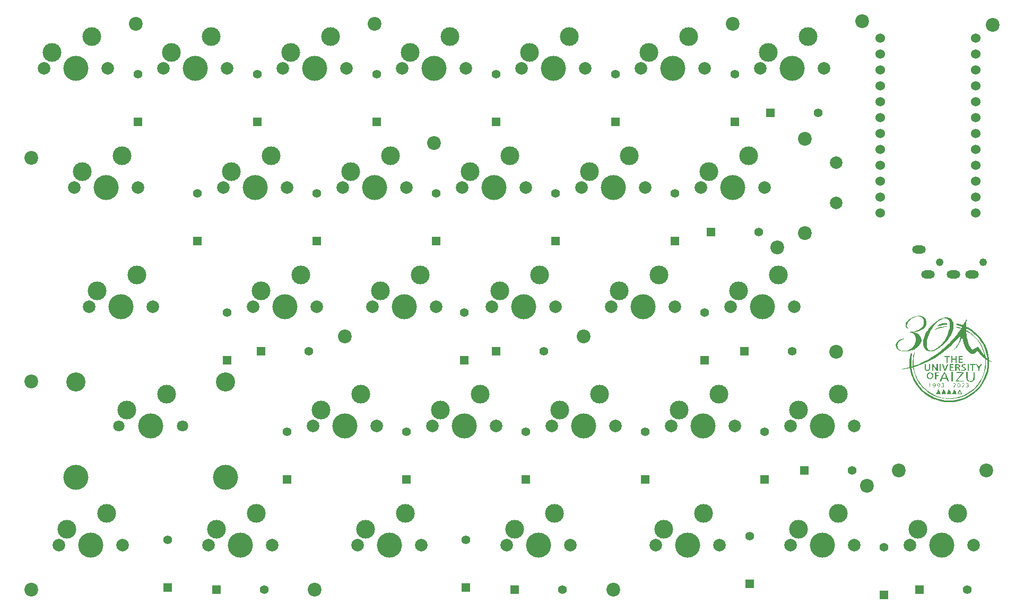
<source format=gts>
G04 #@! TF.GenerationSoftware,KiCad,Pcbnew,7.0.7*
G04 #@! TF.CreationDate,2023-09-30T17:43:00+09:00*
G04 #@! TF.ProjectId,ind-assemble_L,696e642d-6173-4736-956d-626c655f4c2e,rev?*
G04 #@! TF.SameCoordinates,Original*
G04 #@! TF.FileFunction,Soldermask,Top*
G04 #@! TF.FilePolarity,Negative*
%FSLAX46Y46*%
G04 Gerber Fmt 4.6, Leading zero omitted, Abs format (unit mm)*
G04 Created by KiCad (PCBNEW 7.0.7) date 2023-09-30 17:43:00*
%MOMM*%
%LPD*%
G01*
G04 APERTURE LIST*
%ADD10C,2.200000*%
%ADD11C,2.000000*%
%ADD12C,3.000000*%
%ADD13C,4.000000*%
%ADD14R,1.397000X1.397000*%
%ADD15C,1.397000*%
%ADD16C,3.050000*%
%ADD17C,1.800000*%
%ADD18C,1.524000*%
%ADD19C,1.210000*%
%ADD20O,2.200000X1.300000*%
G04 APERTURE END LIST*
G36*
X171342956Y-81126752D02*
G01*
X171342956Y-81664416D01*
X171250255Y-81664416D01*
X171157554Y-81664416D01*
X171157554Y-81126752D01*
X171157554Y-80589088D01*
X171250255Y-80589088D01*
X171342956Y-80589088D01*
X171342956Y-81126752D01*
G37*
G36*
X173259497Y-78388222D02*
G01*
X173252591Y-78401351D01*
X173217653Y-78436763D01*
X173211134Y-78438431D01*
X173208604Y-78414479D01*
X173215511Y-78401351D01*
X173250448Y-78365939D01*
X173256968Y-78364270D01*
X173259497Y-78388222D01*
G37*
G36*
X173271131Y-82647044D02*
G01*
X173271131Y-83407190D01*
X173159890Y-83407190D01*
X173048649Y-83407190D01*
X173048649Y-82647044D01*
X173048649Y-81886898D01*
X173159890Y-81886898D01*
X173271131Y-81886898D01*
X173271131Y-82647044D01*
G37*
G36*
X175792591Y-81126752D02*
G01*
X175792591Y-81664416D01*
X175699890Y-81664416D01*
X175607189Y-81664416D01*
X175607189Y-81126752D01*
X175607189Y-80589088D01*
X175699890Y-80589088D01*
X175792591Y-80589088D01*
X175792591Y-81126752D01*
G37*
G36*
X172670927Y-84009788D02*
G01*
X172713806Y-84032689D01*
X172714927Y-84037555D01*
X172682330Y-84062064D01*
X172602178Y-84074315D01*
X172585146Y-84074635D01*
X172499364Y-84065322D01*
X172456485Y-84042421D01*
X172455365Y-84037555D01*
X172487961Y-84013046D01*
X172568114Y-84000795D01*
X172585146Y-84000475D01*
X172670927Y-84009788D01*
G37*
G36*
X171808077Y-84606683D02*
G01*
X171850572Y-84682054D01*
X171907567Y-84794687D01*
X171971850Y-84929071D01*
X172036208Y-85069692D01*
X172093428Y-85201038D01*
X172136297Y-85307598D01*
X172157602Y-85373859D01*
X172158722Y-85382899D01*
X172124261Y-85394069D01*
X172031333Y-85402933D01*
X171895625Y-85408366D01*
X171787422Y-85409526D01*
X171416121Y-85409526D01*
X171467348Y-85289015D01*
X171548658Y-85100076D01*
X171626842Y-84922586D01*
X171695891Y-84769781D01*
X171749799Y-84654897D01*
X171782558Y-84591170D01*
X171787295Y-84584086D01*
X171808077Y-84606683D01*
G37*
G36*
X172659153Y-84608481D02*
G01*
X172701709Y-84683915D01*
X172758931Y-84796473D01*
X172823545Y-84930636D01*
X172888279Y-85070884D01*
X172945858Y-85201696D01*
X172989010Y-85307553D01*
X173010461Y-85372934D01*
X173011589Y-85381716D01*
X172977119Y-85393382D01*
X172884185Y-85402640D01*
X172748472Y-85408314D01*
X172640268Y-85409526D01*
X172268968Y-85409526D01*
X172320194Y-85289015D01*
X172398450Y-85107140D01*
X172474999Y-84933128D01*
X172543615Y-84780738D01*
X172598070Y-84663727D01*
X172632137Y-84595853D01*
X172638537Y-84585692D01*
X172659153Y-84608481D01*
G37*
G36*
X170952110Y-84561941D02*
G01*
X170973639Y-84602202D01*
X171016171Y-84693774D01*
X171072446Y-84819852D01*
X171135201Y-84963630D01*
X171197174Y-85108300D01*
X171251104Y-85237056D01*
X171289727Y-85333093D01*
X171305783Y-85379604D01*
X171305875Y-85380661D01*
X171271422Y-85392799D01*
X171178543Y-85402420D01*
X171042965Y-85408296D01*
X170936479Y-85409526D01*
X170567082Y-85409526D01*
X170699626Y-85103613D01*
X170766622Y-84948901D01*
X170828872Y-84805000D01*
X170875720Y-84696550D01*
X170885794Y-84673182D01*
X170923510Y-84595813D01*
X170949175Y-84561496D01*
X170952110Y-84561941D01*
G37*
G36*
X169627864Y-83663992D02*
G01*
X169633598Y-83755922D01*
X169636838Y-83888915D01*
X169637262Y-83963395D01*
X169633373Y-84123301D01*
X169622607Y-84237367D01*
X169606316Y-84293421D01*
X169600182Y-84297117D01*
X169581841Y-84262412D01*
X169568945Y-84167609D01*
X169563233Y-84026680D01*
X169563102Y-83999170D01*
X169562098Y-83852399D01*
X169556609Y-83766834D01*
X169542916Y-83729526D01*
X169517299Y-83727525D01*
X169488941Y-83740913D01*
X169431989Y-83759675D01*
X169414781Y-83748169D01*
X169443977Y-83714830D01*
X169510570Y-83672181D01*
X169583062Y-83638367D01*
X169620467Y-83629672D01*
X169627864Y-83663992D01*
G37*
G36*
X172327931Y-74537581D02*
G01*
X172337588Y-74568954D01*
X172336458Y-74575960D01*
X172311521Y-74608313D01*
X172243170Y-74635528D01*
X172120282Y-74660926D01*
X171984691Y-74680903D01*
X171423527Y-74781481D01*
X170873370Y-74933700D01*
X170364984Y-75121288D01*
X170319746Y-75136290D01*
X170319494Y-75116220D01*
X170357041Y-75055805D01*
X170434935Y-74986735D01*
X170575456Y-74912569D01*
X170767535Y-74836497D01*
X171000101Y-74761709D01*
X171262086Y-74691393D01*
X171542420Y-74628738D01*
X171830034Y-74576934D01*
X172113857Y-74539170D01*
X172169875Y-74533518D01*
X172277389Y-74527135D01*
X172327931Y-74537581D01*
G37*
G36*
X173511122Y-84608086D02*
G01*
X173553738Y-84684086D01*
X173610952Y-84797296D01*
X173675539Y-84932204D01*
X173740276Y-85073296D01*
X173797937Y-85205060D01*
X173841300Y-85311983D01*
X173863139Y-85378551D01*
X173864416Y-85388116D01*
X173829941Y-85397060D01*
X173736924Y-85404170D01*
X173600980Y-85408555D01*
X173489646Y-85409526D01*
X173312717Y-85407280D01*
X173200581Y-85399737D01*
X173143986Y-85385692D01*
X173133675Y-85363939D01*
X173133976Y-85363176D01*
X173182208Y-85249753D01*
X173243848Y-85109839D01*
X173311419Y-84959759D01*
X173377446Y-84815842D01*
X173434455Y-84694416D01*
X173474971Y-84611807D01*
X173490327Y-84584808D01*
X173511122Y-84608086D01*
G37*
G36*
X172293938Y-74049552D02*
G01*
X172330522Y-74092038D01*
X172342774Y-74163365D01*
X172343556Y-74194574D01*
X172337657Y-74228883D01*
X172310866Y-74253869D01*
X172250441Y-74273390D01*
X172143640Y-74291303D01*
X171977722Y-74311464D01*
X171945511Y-74315082D01*
X171569889Y-74372367D01*
X171146316Y-74466254D01*
X170768211Y-74568679D01*
X170748102Y-74559214D01*
X170784217Y-74503595D01*
X170875745Y-74403066D01*
X170876559Y-74402227D01*
X170987740Y-74295605D01*
X171084525Y-74229263D01*
X171198515Y-74185309D01*
X171308767Y-74157528D01*
X171463650Y-74126370D01*
X171657656Y-74093076D01*
X171856171Y-74063458D01*
X171916482Y-74055517D01*
X172099088Y-74035255D01*
X172220850Y-74031945D01*
X172293938Y-74049552D01*
G37*
G36*
X172545881Y-79292064D02*
G01*
X172667489Y-79295878D01*
X172740034Y-79304902D01*
X172776064Y-79321318D01*
X172788124Y-79347307D01*
X172789087Y-79365438D01*
X172778169Y-79411783D01*
X172732835Y-79433698D01*
X172634213Y-79439571D01*
X172622226Y-79439599D01*
X172455365Y-79439599D01*
X172455365Y-79903103D01*
X172455365Y-80366606D01*
X172362664Y-80366606D01*
X172269963Y-80366606D01*
X172269963Y-79903103D01*
X172269963Y-79439599D01*
X172103102Y-79439599D01*
X171998827Y-79434747D01*
X171949518Y-79414598D01*
X171936304Y-79370766D01*
X171936240Y-79365438D01*
X171940763Y-79333574D01*
X171962695Y-79312425D01*
X172014582Y-79299809D01*
X172108972Y-79293543D01*
X172258411Y-79291445D01*
X172362664Y-79291278D01*
X172545881Y-79292064D01*
G37*
G36*
X176610787Y-80589816D02*
G01*
X176736752Y-80593364D01*
X176813139Y-80601781D01*
X176852238Y-80617116D01*
X176866338Y-80641416D01*
X176867919Y-80663249D01*
X176858158Y-80707730D01*
X176816726Y-80729915D01*
X176725401Y-80737092D01*
X176682518Y-80737409D01*
X176497116Y-80737409D01*
X176497116Y-81200913D01*
X176497116Y-81664416D01*
X176404416Y-81664416D01*
X176311715Y-81664416D01*
X176311715Y-81200913D01*
X176311715Y-80737409D01*
X176144854Y-80737409D01*
X176040578Y-80732557D01*
X175991270Y-80712408D01*
X175978056Y-80668576D01*
X175977992Y-80663249D01*
X175982358Y-80631943D01*
X176003648Y-80610949D01*
X176054152Y-80598218D01*
X176146159Y-80591702D01*
X176291958Y-80589351D01*
X176422956Y-80589088D01*
X176610787Y-80589816D01*
G37*
G36*
X170875401Y-81926146D02*
G01*
X170976813Y-81934057D01*
X171029501Y-81949823D01*
X171046137Y-81975557D01*
X171046313Y-81979599D01*
X171029227Y-82011895D01*
X170968658Y-82029235D01*
X170850638Y-82035110D01*
X170823832Y-82035219D01*
X170601350Y-82035219D01*
X170601350Y-82202081D01*
X170601350Y-82368942D01*
X170805292Y-82368942D01*
X170923149Y-82372161D01*
X170984546Y-82386078D01*
X171007058Y-82417085D01*
X171009233Y-82443103D01*
X171000381Y-82485960D01*
X170962108Y-82508286D01*
X170876840Y-82516472D01*
X170805292Y-82517263D01*
X170601350Y-82517263D01*
X170601350Y-82758285D01*
X170601350Y-82999307D01*
X170490109Y-82999307D01*
X170378868Y-82999307D01*
X170378868Y-82461643D01*
X170378868Y-81923978D01*
X170712591Y-81923978D01*
X170875401Y-81926146D01*
G37*
G36*
X170083292Y-80589895D02*
G01*
X170118630Y-80598249D01*
X170154463Y-80623053D01*
X170198362Y-80673208D01*
X170257893Y-80757616D01*
X170340627Y-80885178D01*
X170454132Y-81064796D01*
X170479208Y-81104600D01*
X170675511Y-81416171D01*
X170675511Y-81002629D01*
X170675511Y-80589088D01*
X170768211Y-80589088D01*
X170860912Y-80589088D01*
X170860912Y-81126752D01*
X170860912Y-81664416D01*
X170750811Y-81664416D01*
X170704658Y-81659761D01*
X170660685Y-81640330D01*
X170612253Y-81597923D01*
X170552723Y-81524340D01*
X170475456Y-81411382D01*
X170373814Y-81250850D01*
X170242185Y-81036233D01*
X170119306Y-80834473D01*
X170119306Y-81249445D01*
X170119306Y-81664416D01*
X170026605Y-81664416D01*
X169933905Y-81664416D01*
X169933905Y-81126752D01*
X169933905Y-80589088D01*
X170040881Y-80589088D01*
X170083292Y-80589895D01*
G37*
G36*
X173610115Y-83655266D02*
G01*
X173657825Y-83687941D01*
X173711629Y-83784179D01*
X173697090Y-83899121D01*
X173613591Y-84035413D01*
X173563051Y-84094004D01*
X173410007Y-84260037D01*
X173581591Y-84260037D01*
X173682731Y-84267029D01*
X173744369Y-84284772D01*
X173753175Y-84296176D01*
X173720184Y-84310752D01*
X173637218Y-84319987D01*
X173528285Y-84323661D01*
X173417392Y-84321555D01*
X173328548Y-84313447D01*
X173286869Y-84300447D01*
X173302847Y-84268354D01*
X173359116Y-84197720D01*
X173444060Y-84102970D01*
X173456772Y-84089455D01*
X173547623Y-83987014D01*
X173613488Y-83900574D01*
X173641193Y-83847572D01*
X173641366Y-83845103D01*
X173615244Y-83752065D01*
X173538094Y-83711264D01*
X173441703Y-83714587D01*
X173350975Y-83719305D01*
X173308808Y-83702674D01*
X173325050Y-83672905D01*
X173366864Y-83652179D01*
X173493981Y-83630279D01*
X173610115Y-83655266D01*
G37*
G36*
X175044988Y-83686538D02*
G01*
X175088294Y-83769064D01*
X175077215Y-83880222D01*
X175009040Y-84010235D01*
X174932024Y-84101042D01*
X174775982Y-84260037D01*
X174956744Y-84260037D01*
X175056928Y-84263184D01*
X175114312Y-84271226D01*
X175120092Y-84277450D01*
X175077104Y-84289869D01*
X174988067Y-84301819D01*
X174876575Y-84311644D01*
X174766220Y-84317684D01*
X174680595Y-84318281D01*
X174643294Y-84311775D01*
X174643102Y-84310983D01*
X174667693Y-84277819D01*
X174732404Y-84208116D01*
X174823638Y-84116468D01*
X174830967Y-84109316D01*
X174934859Y-84001145D01*
X174990527Y-83921524D01*
X175008385Y-83853600D01*
X175007098Y-83824351D01*
X174992818Y-83760203D01*
X174955025Y-83731430D01*
X174871551Y-83725101D01*
X174837773Y-83725573D01*
X174728342Y-83719486D01*
X174684888Y-83699871D01*
X174710054Y-83673318D01*
X174806059Y-83646498D01*
X174950006Y-83642424D01*
X175044988Y-83686538D01*
G37*
G36*
X174270278Y-83643875D02*
G01*
X174374146Y-83719125D01*
X174384495Y-83731643D01*
X174435030Y-83814121D01*
X174452638Y-83907711D01*
X174447586Y-84016658D01*
X174410368Y-84169575D01*
X174339360Y-84276011D01*
X174245931Y-84329008D01*
X174141452Y-84321610D01*
X174049817Y-84260037D01*
X174001861Y-84188581D01*
X173979478Y-84084169D01*
X173975657Y-83981935D01*
X174049817Y-83981935D01*
X174060286Y-84093682D01*
X174085736Y-84183428D01*
X174088202Y-84188314D01*
X174153712Y-84247960D01*
X174237505Y-84254352D01*
X174299726Y-84213686D01*
X174353260Y-84092300D01*
X174361427Y-83937084D01*
X174343663Y-83840624D01*
X174307736Y-83747193D01*
X174258318Y-83708622D01*
X174216240Y-83703832D01*
X174124041Y-83736179D01*
X174068065Y-83831524D01*
X174049817Y-83981935D01*
X173975657Y-83981935D01*
X173984202Y-83841509D01*
X174014031Y-83750128D01*
X174049817Y-83703832D01*
X174157755Y-83638411D01*
X174270278Y-83643875D01*
G37*
G36*
X173118565Y-79295988D02*
G01*
X173146303Y-79321730D01*
X173157659Y-79385916D01*
X173159888Y-79505961D01*
X173159890Y-79513759D01*
X173159890Y-79736241D01*
X173419452Y-79736241D01*
X173679014Y-79736241D01*
X173679014Y-79513759D01*
X173680977Y-79390457D01*
X173691703Y-79323886D01*
X173718447Y-79296633D01*
X173768466Y-79291283D01*
X173771715Y-79291278D01*
X173864416Y-79291278D01*
X173864416Y-79828942D01*
X173864416Y-80366606D01*
X173771715Y-80366606D01*
X173721883Y-80362380D01*
X173694127Y-80338531D01*
X173682003Y-80278306D01*
X173679068Y-80164949D01*
X173679014Y-80125584D01*
X173679014Y-79884562D01*
X173419452Y-79884562D01*
X173159890Y-79884562D01*
X173159890Y-80125584D01*
X173158265Y-80255147D01*
X173149092Y-80327312D01*
X173125928Y-80358834D01*
X173082330Y-80366467D01*
X173067189Y-80366606D01*
X172974489Y-80366606D01*
X172974489Y-79828942D01*
X172974489Y-79291278D01*
X173067189Y-79291278D01*
X173118565Y-79295988D01*
G37*
G36*
X174364450Y-84644307D02*
G01*
X174409891Y-84722132D01*
X174471775Y-84843057D01*
X174543938Y-84994454D01*
X174620216Y-85163700D01*
X174694445Y-85338167D01*
X174711082Y-85378950D01*
X174682044Y-85391749D01*
X174593872Y-85401916D01*
X174461580Y-85408167D01*
X174353165Y-85409526D01*
X173982888Y-85409526D01*
X174021974Y-85320282D01*
X174123978Y-85320282D01*
X174157677Y-85328238D01*
X174245264Y-85333704D01*
X174346459Y-85335365D01*
X174463799Y-85330514D01*
X174544416Y-85317903D01*
X174568941Y-85303323D01*
X174554501Y-85255728D01*
X174516566Y-85161126D01*
X174463215Y-85039613D01*
X174460880Y-85034491D01*
X174352819Y-84797701D01*
X174238398Y-85051450D01*
X174183452Y-85175169D01*
X174142927Y-85269970D01*
X174124396Y-85318063D01*
X174123978Y-85320282D01*
X174021974Y-85320282D01*
X174149346Y-85029453D01*
X174218490Y-84874276D01*
X174278522Y-84744522D01*
X174322366Y-84655180D01*
X174341618Y-84622208D01*
X174364450Y-84644307D01*
G37*
G36*
X171083256Y-83666678D02*
G01*
X171170270Y-83750727D01*
X171210238Y-83870483D01*
X171204794Y-84005707D01*
X171155576Y-84136162D01*
X171064219Y-84241610D01*
X171035159Y-84261589D01*
X170927062Y-84314258D01*
X170840127Y-84332895D01*
X170791571Y-84315039D01*
X170786751Y-84297117D01*
X170817880Y-84267215D01*
X170862597Y-84260037D01*
X170966721Y-84226083D01*
X171052107Y-84136467D01*
X171104412Y-84009558D01*
X171113648Y-83938578D01*
X171098797Y-83802097D01*
X171040854Y-83725719D01*
X170939335Y-83708848D01*
X170927843Y-83710256D01*
X170868869Y-83732064D01*
X170845299Y-83789811D01*
X170842372Y-83852154D01*
X170849601Y-83940562D01*
X170886298Y-83982387D01*
X170972153Y-84003400D01*
X171050688Y-84020822D01*
X171062274Y-84038911D01*
X171036960Y-84053750D01*
X170924781Y-84067687D01*
X170815466Y-84026223D01*
X170741970Y-83942760D01*
X170720235Y-83865495D01*
X170743786Y-83794365D01*
X170774761Y-83749111D01*
X170878042Y-83657476D01*
X170995335Y-83637217D01*
X171083256Y-83666678D01*
G37*
G36*
X173207205Y-80590327D02*
G01*
X173305728Y-80596136D01*
X173358335Y-80609650D01*
X173379140Y-80634008D01*
X173382372Y-80663249D01*
X173374860Y-80703383D01*
X173341400Y-80725759D01*
X173265604Y-80735419D01*
X173141350Y-80737409D01*
X172900328Y-80737409D01*
X172900328Y-80885730D01*
X172900328Y-81034051D01*
X173122810Y-81034051D01*
X173247070Y-81036757D01*
X173314214Y-81048644D01*
X173341201Y-81075365D01*
X173345292Y-81108212D01*
X173337174Y-81149632D01*
X173301514Y-81172014D01*
X173221351Y-81181009D01*
X173122810Y-81182373D01*
X172900328Y-81182373D01*
X172900328Y-81367774D01*
X172900328Y-81553176D01*
X173159890Y-81553176D01*
X173300914Y-81556447D01*
X173381627Y-81568208D01*
X173415668Y-81591383D01*
X173419452Y-81608796D01*
X173406845Y-81635310D01*
X173360735Y-81652089D01*
X173268691Y-81661096D01*
X173118280Y-81664294D01*
X173067189Y-81664416D01*
X172714927Y-81664416D01*
X172714927Y-81126752D01*
X172714927Y-80589088D01*
X173048649Y-80589088D01*
X173207205Y-80590327D01*
G37*
G36*
X174690416Y-79292517D02*
G01*
X174788940Y-79298326D01*
X174841547Y-79311840D01*
X174862352Y-79336198D01*
X174865584Y-79365438D01*
X174858072Y-79405573D01*
X174824611Y-79427949D01*
X174748815Y-79437608D01*
X174624562Y-79439599D01*
X174383540Y-79439599D01*
X174383540Y-79587920D01*
X174383540Y-79736241D01*
X174606021Y-79736241D01*
X174730282Y-79738947D01*
X174797426Y-79750834D01*
X174824413Y-79777555D01*
X174828503Y-79810402D01*
X174820385Y-79851822D01*
X174784725Y-79874203D01*
X174704563Y-79883199D01*
X174606021Y-79884562D01*
X174383540Y-79884562D01*
X174383540Y-80051424D01*
X174383540Y-80218285D01*
X174624562Y-80218285D01*
X174754999Y-80220596D01*
X174827721Y-80230892D01*
X174859114Y-80254214D01*
X174865584Y-80292446D01*
X174860007Y-80327680D01*
X174833868Y-80349574D01*
X174773052Y-80361265D01*
X174663444Y-80365888D01*
X174531861Y-80366606D01*
X174198138Y-80366606D01*
X174198138Y-79828942D01*
X174198138Y-79291278D01*
X174531861Y-79291278D01*
X174690416Y-79292517D01*
G37*
G36*
X171674214Y-80591781D02*
G01*
X171709478Y-80607459D01*
X171741038Y-80647520D01*
X171775242Y-80723362D01*
X171818436Y-80846384D01*
X171876968Y-81027983D01*
X171881848Y-81043322D01*
X172026321Y-81497555D01*
X172175952Y-81052592D01*
X172239062Y-80867995D01*
X172286104Y-80742325D01*
X172323539Y-80663852D01*
X172357829Y-80620847D01*
X172395436Y-80601580D01*
X172427554Y-80595895D01*
X172500679Y-80596792D01*
X172528116Y-80614435D01*
X172514861Y-80658136D01*
X172479376Y-80757747D01*
X172426495Y-80900133D01*
X172361048Y-81072158D01*
X172332833Y-81145292D01*
X172256441Y-81340826D01*
X172199861Y-81477785D01*
X172156601Y-81566933D01*
X172120170Y-81619036D01*
X172084078Y-81644857D01*
X172041834Y-81655161D01*
X172024212Y-81657111D01*
X171909463Y-81668347D01*
X171740852Y-81193608D01*
X171676654Y-81013427D01*
X171619662Y-80854532D01*
X171575325Y-80732044D01*
X171549094Y-80661080D01*
X171546332Y-80653978D01*
X171541140Y-80607677D01*
X171587331Y-80590480D01*
X171628899Y-80589088D01*
X171674214Y-80591781D01*
G37*
G36*
X171733784Y-83646141D02*
G01*
X171780503Y-83674168D01*
X171818412Y-83748671D01*
X171819812Y-83835957D01*
X171786520Y-83902006D01*
X171767708Y-83913546D01*
X171734706Y-83936438D01*
X171760950Y-83970100D01*
X171786248Y-83988646D01*
X171853543Y-84066716D01*
X171860426Y-84151312D01*
X171818432Y-84230965D01*
X171739093Y-84294205D01*
X171633943Y-84329563D01*
X171514514Y-84325569D01*
X171463467Y-84309640D01*
X171416808Y-84279081D01*
X171435007Y-84257389D01*
X171508840Y-84250078D01*
X171558235Y-84252995D01*
X171688254Y-84243914D01*
X171763629Y-84197018D01*
X171780198Y-84127442D01*
X171733798Y-84050321D01*
X171631756Y-83985649D01*
X171560094Y-83950606D01*
X171553603Y-83933788D01*
X171588707Y-83929339D01*
X171679006Y-83899412D01*
X171734273Y-83832843D01*
X171736071Y-83755912D01*
X171694856Y-83714663D01*
X171606065Y-83708644D01*
X171583602Y-83710914D01*
X171491824Y-83712881D01*
X171454796Y-83695989D01*
X171480480Y-83666851D01*
X171512850Y-83652179D01*
X171627740Y-83630520D01*
X171733784Y-83646141D01*
G37*
G36*
X175664295Y-83646141D02*
G01*
X175711014Y-83674168D01*
X175748923Y-83748671D01*
X175750323Y-83835957D01*
X175717031Y-83902006D01*
X175698219Y-83913546D01*
X175665217Y-83936438D01*
X175691461Y-83970100D01*
X175716759Y-83988646D01*
X175784054Y-84066716D01*
X175790937Y-84151312D01*
X175748943Y-84230965D01*
X175669604Y-84294205D01*
X175564454Y-84329563D01*
X175445025Y-84325569D01*
X175393978Y-84309640D01*
X175347319Y-84279081D01*
X175365518Y-84257389D01*
X175439351Y-84250078D01*
X175488746Y-84252995D01*
X175618765Y-84243914D01*
X175694140Y-84197018D01*
X175710709Y-84127442D01*
X175664309Y-84050321D01*
X175562267Y-83985649D01*
X175490605Y-83950606D01*
X175484114Y-83933788D01*
X175519218Y-83929339D01*
X175609517Y-83899412D01*
X175664784Y-83832843D01*
X175666582Y-83755912D01*
X175625367Y-83714663D01*
X175536576Y-83708644D01*
X175514112Y-83710914D01*
X175422335Y-83712881D01*
X175385307Y-83695989D01*
X175410991Y-83666851D01*
X175443361Y-83652179D01*
X175558251Y-83630520D01*
X175664295Y-83646141D01*
G37*
G36*
X169755242Y-81912043D02*
G01*
X169914155Y-81980554D01*
X170038626Y-82096830D01*
X170121330Y-82249015D01*
X170154937Y-82425257D01*
X170132123Y-82613700D01*
X170084075Y-82736119D01*
X169976204Y-82871549D01*
X169824593Y-82960570D01*
X169646961Y-82998280D01*
X169461024Y-82979777D01*
X169351282Y-82938885D01*
X169244564Y-82851936D01*
X169154499Y-82717451D01*
X169095750Y-82562024D01*
X169081058Y-82448745D01*
X169082336Y-82441197D01*
X169296937Y-82441197D01*
X169311042Y-82598812D01*
X169369027Y-82730036D01*
X169394555Y-82759970D01*
X169515925Y-82833256D01*
X169658959Y-82849177D01*
X169795675Y-82805458D01*
X169813350Y-82794008D01*
X169886267Y-82705435D01*
X169936608Y-82572986D01*
X169955836Y-82425607D01*
X169947992Y-82337410D01*
X169889996Y-82189425D01*
X169793984Y-82088234D01*
X169675133Y-82039042D01*
X169548621Y-82047053D01*
X169429626Y-82117475D01*
X169399537Y-82149305D01*
X169326506Y-82282818D01*
X169296937Y-82441197D01*
X169082336Y-82441197D01*
X169114499Y-82251245D01*
X169209053Y-82088564D01*
X169356066Y-81970375D01*
X169546881Y-81906350D01*
X169569214Y-81903149D01*
X169755242Y-81912043D01*
G37*
G36*
X177840024Y-80595442D02*
G01*
X177869087Y-80609680D01*
X177850333Y-80647915D01*
X177800041Y-80733318D01*
X177727172Y-80850930D01*
X177683686Y-80919296D01*
X177594736Y-81061999D01*
X177539849Y-81166334D01*
X177510907Y-81254933D01*
X177499798Y-81350428D01*
X177498284Y-81436369D01*
X177496432Y-81561574D01*
X177486212Y-81629841D01*
X177460630Y-81658377D01*
X177412689Y-81664391D01*
X177405584Y-81664416D01*
X177352890Y-81659262D01*
X177325217Y-81631814D01*
X177314555Y-81564095D01*
X177312883Y-81456354D01*
X177308485Y-81349415D01*
X177290136Y-81257140D01*
X177250098Y-81158041D01*
X177180638Y-81030631D01*
X177127481Y-80941351D01*
X177048017Y-80807593D01*
X176985581Y-80698311D01*
X176948579Y-80628446D01*
X176942080Y-80611749D01*
X176974164Y-80595361D01*
X177045219Y-80589088D01*
X177101464Y-80596696D01*
X177148341Y-80628647D01*
X177198006Y-80698626D01*
X177262617Y-80820322D01*
X177277907Y-80851070D01*
X177407455Y-81113052D01*
X177534194Y-80851070D01*
X177601580Y-80717775D01*
X177652089Y-80638923D01*
X177697876Y-80600715D01*
X177751098Y-80589355D01*
X177765010Y-80589088D01*
X177840024Y-80595442D01*
G37*
G36*
X170348933Y-83642039D02*
G01*
X170441506Y-83699228D01*
X170498284Y-83802203D01*
X170517321Y-83930761D01*
X170496667Y-84064701D01*
X170434375Y-84183821D01*
X170404328Y-84216456D01*
X170325852Y-84270817D01*
X170232761Y-84310208D01*
X170147344Y-84328724D01*
X170091887Y-84320466D01*
X170082226Y-84301752D01*
X170113715Y-84269583D01*
X170168463Y-84260037D01*
X170241935Y-84236836D01*
X170325721Y-84181497D01*
X170392627Y-84115416D01*
X170415948Y-84065307D01*
X170384016Y-84055027D01*
X170305820Y-84060221D01*
X170292621Y-84062231D01*
X170165191Y-84055067D01*
X170081858Y-83990987D01*
X170050780Y-83877561D01*
X170051448Y-83861954D01*
X170119991Y-83861954D01*
X170155844Y-83947263D01*
X170165396Y-83957572D01*
X170235580Y-83989291D01*
X170304447Y-83992798D01*
X170367935Y-83974100D01*
X170393591Y-83922723D01*
X170397408Y-83852154D01*
X170388552Y-83761350D01*
X170352721Y-83720482D01*
X170311937Y-83710256D01*
X170210116Y-83723066D01*
X170142108Y-83780427D01*
X170119991Y-83861954D01*
X170051448Y-83861954D01*
X170052413Y-83839389D01*
X170096257Y-83728076D01*
X170188974Y-83655406D01*
X170309480Y-83635410D01*
X170348933Y-83642039D01*
G37*
G36*
X168932737Y-80996971D02*
G01*
X168934242Y-81180686D01*
X168940334Y-81305654D01*
X168953380Y-81387256D01*
X168975745Y-81440872D01*
X169006897Y-81479015D01*
X169114788Y-81541138D01*
X169237236Y-81545252D01*
X169346092Y-81491656D01*
X169362683Y-81475229D01*
X169395527Y-81426904D01*
X169417979Y-81357670D01*
X169432663Y-81252318D01*
X169442205Y-81095637D01*
X169445872Y-80993186D01*
X169451958Y-80816096D01*
X169459229Y-80700179D01*
X169470955Y-80632475D01*
X169490405Y-80600025D01*
X169520850Y-80589871D01*
X169547842Y-80589088D01*
X169588372Y-80591702D01*
X169614323Y-80608557D01*
X169628946Y-80653167D01*
X169635489Y-80739049D01*
X169637202Y-80879719D01*
X169637262Y-80961082D01*
X169630229Y-81200480D01*
X169606579Y-81377833D01*
X169562486Y-81504146D01*
X169494127Y-81590421D01*
X169398766Y-81647211D01*
X169207492Y-81695205D01*
X169027217Y-81679823D01*
X168984209Y-81665155D01*
X168906561Y-81613997D01*
X168828074Y-81534565D01*
X168826617Y-81532724D01*
X168791656Y-81480590D01*
X168768692Y-81419671D01*
X168755281Y-81333860D01*
X168748979Y-81207053D01*
X168747339Y-81023145D01*
X168747335Y-81010511D01*
X168747335Y-80589088D01*
X168840036Y-80589088D01*
X168932737Y-80589088D01*
X168932737Y-80996971D01*
G37*
G36*
X176756678Y-82453696D02*
G01*
X176755961Y-82674034D01*
X176752721Y-82833759D01*
X176745331Y-82946411D01*
X176732162Y-83025533D01*
X176711585Y-83084666D01*
X176681972Y-83137352D01*
X176672758Y-83151415D01*
X176539741Y-83286734D01*
X176357672Y-83376929D01*
X176139175Y-83418056D01*
X175896873Y-83406170D01*
X175871210Y-83401804D01*
X175721713Y-83365751D01*
X175607130Y-83312481D01*
X175522701Y-83232576D01*
X175463664Y-83116620D01*
X175425257Y-82955195D01*
X175402718Y-82738883D01*
X175391286Y-82458269D01*
X175391149Y-82452373D01*
X175378052Y-81886898D01*
X175492621Y-81886898D01*
X175607189Y-81886898D01*
X175607189Y-82415871D01*
X175608652Y-82635804D01*
X175614035Y-82795892D01*
X175624827Y-82910408D01*
X175642518Y-82993628D01*
X175668599Y-83059826D01*
X175675889Y-83074046D01*
X175777955Y-83193484D01*
X175920451Y-83265841D01*
X176084630Y-83288734D01*
X176251746Y-83259778D01*
X176403051Y-83176589D01*
X176413539Y-83167839D01*
X176451908Y-83132997D01*
X176479601Y-83096583D01*
X176498829Y-83046233D01*
X176511801Y-82969579D01*
X176520729Y-82854255D01*
X176527822Y-82687894D01*
X176534197Y-82492777D01*
X176552737Y-81905438D01*
X176654708Y-81893705D01*
X176756678Y-81881972D01*
X176756678Y-82453696D01*
G37*
G36*
X175187741Y-80597397D02*
G01*
X175266158Y-80625523D01*
X175297948Y-80674696D01*
X175292765Y-80703521D01*
X175251977Y-80737606D01*
X175157842Y-80746068D01*
X175105221Y-80743103D01*
X174954293Y-80749806D01*
X174861007Y-80797262D01*
X174828512Y-80883847D01*
X174828503Y-80885587D01*
X174864472Y-80943378D01*
X174972569Y-81016063D01*
X175068496Y-81065161D01*
X175218973Y-81147658D01*
X175307655Y-81228247D01*
X175345054Y-81321505D01*
X175341680Y-81442011D01*
X175341430Y-81443713D01*
X175292718Y-81539742D01*
X175189477Y-81618015D01*
X175050553Y-81671563D01*
X174894790Y-81693420D01*
X174741032Y-81676616D01*
X174724344Y-81671894D01*
X174659543Y-81641980D01*
X174640913Y-81618066D01*
X174642932Y-81558763D01*
X174643102Y-81535553D01*
X174657412Y-81500724D01*
X174712449Y-81507787D01*
X174738216Y-81517013D01*
X174884850Y-81551875D01*
X175011974Y-81544631D01*
X175105667Y-81500626D01*
X175152010Y-81425202D01*
X175149492Y-81359165D01*
X175101659Y-81278822D01*
X174995382Y-81213582D01*
X174967892Y-81202109D01*
X174789693Y-81109125D01*
X174680633Y-81000447D01*
X174642202Y-80878466D01*
X174675892Y-80745577D01*
X174679399Y-80738872D01*
X174741030Y-80676164D01*
X174839341Y-80629702D01*
X174957671Y-80600447D01*
X175079358Y-80589359D01*
X175187741Y-80597397D01*
G37*
G36*
X171955278Y-81888319D02*
G01*
X171988478Y-81898097D01*
X172021066Y-81924506D01*
X172057983Y-81975817D01*
X172104168Y-82060305D01*
X172164564Y-82186241D01*
X172244111Y-82361900D01*
X172347750Y-82595553D01*
X172370510Y-82647044D01*
X172706483Y-83407190D01*
X172586487Y-83407190D01*
X172521455Y-83402209D01*
X172474883Y-83377270D01*
X172432929Y-83317375D01*
X172381754Y-83207528D01*
X172364054Y-83166168D01*
X172261619Y-82925146D01*
X171911977Y-82925146D01*
X171562336Y-82925146D01*
X171454197Y-83166168D01*
X171394437Y-83292847D01*
X171348592Y-83365375D01*
X171303222Y-83398535D01*
X171244890Y-83407110D01*
X171235096Y-83407190D01*
X171124135Y-83407190D01*
X171310156Y-82990037D01*
X171401947Y-82783827D01*
X171405056Y-82776825D01*
X171610881Y-82776825D01*
X171907309Y-82776825D01*
X172060921Y-82773806D01*
X172150183Y-82763677D01*
X172184697Y-82744827D01*
X172183961Y-82730475D01*
X172161402Y-82676789D01*
X172118220Y-82573407D01*
X172062254Y-82439112D01*
X172038807Y-82382779D01*
X171913430Y-82081433D01*
X171762155Y-82429129D01*
X171610881Y-82776825D01*
X171405056Y-82776825D01*
X171501424Y-82559753D01*
X171594463Y-82349657D01*
X171647345Y-82229891D01*
X171717099Y-82074406D01*
X171767539Y-81974770D01*
X171808388Y-81918591D01*
X171849370Y-81893478D01*
X171900209Y-81887042D01*
X171916524Y-81886898D01*
X171955278Y-81888319D01*
G37*
G36*
X173958165Y-80594611D02*
G01*
X174043844Y-80600907D01*
X174183654Y-80623548D01*
X174275852Y-80663191D01*
X174337189Y-80719063D01*
X174406917Y-80831919D01*
X174407178Y-80937396D01*
X174337103Y-81047857D01*
X174312231Y-81073984D01*
X174253031Y-81140054D01*
X174231925Y-81178444D01*
X174236766Y-81182373D01*
X174284039Y-81218114D01*
X174338401Y-81321381D01*
X174396782Y-81486239D01*
X174400827Y-81499557D01*
X174450442Y-81664416D01*
X174347232Y-81664416D01*
X174280790Y-81655582D01*
X174240580Y-81616177D01*
X174209551Y-81526846D01*
X174202718Y-81500382D01*
X174146550Y-81345285D01*
X174068528Y-81254705D01*
X173960751Y-81220320D01*
X173935928Y-81219453D01*
X173875817Y-81222569D01*
X173843372Y-81243571D01*
X173830062Y-81299937D01*
X173827355Y-81409146D01*
X173827335Y-81441935D01*
X173825373Y-81565237D01*
X173814647Y-81631808D01*
X173787903Y-81659061D01*
X173737884Y-81664412D01*
X173734635Y-81664416D01*
X173641934Y-81664416D01*
X173641934Y-81145999D01*
X173641934Y-80737409D01*
X173827335Y-80737409D01*
X173827335Y-80927693D01*
X173827335Y-81117977D01*
X173983626Y-81097014D01*
X174093670Y-81068909D01*
X174174490Y-81024708D01*
X174187567Y-81010884D01*
X174229350Y-80909422D01*
X174204921Y-80823489D01*
X174122012Y-80762938D01*
X173988353Y-80737623D01*
X173973008Y-80737409D01*
X173827335Y-80737409D01*
X173641934Y-80737409D01*
X173641934Y-80627581D01*
X173737932Y-80603487D01*
X173828927Y-80593671D01*
X173958165Y-80594611D01*
G37*
G36*
X174616384Y-81887691D02*
G01*
X174784951Y-81890666D01*
X174899111Y-81896718D01*
X174968736Y-81906742D01*
X175003697Y-81921632D01*
X175013866Y-81942285D01*
X175013905Y-81944044D01*
X174990597Y-81987797D01*
X174925354Y-82078348D01*
X174825196Y-82206789D01*
X174697145Y-82364211D01*
X174548220Y-82541706D01*
X174480567Y-82620759D01*
X173947229Y-83240329D01*
X174480567Y-83250590D01*
X174689380Y-83255194D01*
X174835257Y-83260785D01*
X174929418Y-83269120D01*
X174983085Y-83281952D01*
X175007477Y-83301039D01*
X175013815Y-83328134D01*
X175013905Y-83334021D01*
X175010614Y-83359733D01*
X174994124Y-83378594D01*
X174954509Y-83391663D01*
X174881843Y-83399997D01*
X174766199Y-83404657D01*
X174597651Y-83406700D01*
X174366272Y-83407186D01*
X174327919Y-83407190D01*
X174073588Y-83405994D01*
X173885804Y-83402062D01*
X173756988Y-83394883D01*
X173679561Y-83383943D01*
X173645943Y-83368729D01*
X173643066Y-83360840D01*
X173666504Y-83320240D01*
X173731516Y-83232255D01*
X173831181Y-83105601D01*
X173958575Y-82948996D01*
X174106775Y-82771160D01*
X174180454Y-82684124D01*
X174716710Y-82053759D01*
X174234942Y-82043413D01*
X174038029Y-82038477D01*
X173903484Y-82032274D01*
X173819520Y-82022764D01*
X173774350Y-82007903D01*
X173756186Y-81985652D01*
X173753175Y-81959982D01*
X173756694Y-81933347D01*
X173774151Y-81914111D01*
X173815895Y-81901072D01*
X173892275Y-81893032D01*
X174013640Y-81888790D01*
X174190338Y-81887148D01*
X174383540Y-81886898D01*
X174616384Y-81887691D01*
G37*
G36*
X172649667Y-73205929D02*
G01*
X172876765Y-73317740D01*
X173064250Y-73479253D01*
X173210182Y-73686148D01*
X173312622Y-73934109D01*
X173369630Y-74218819D01*
X173379266Y-74535959D01*
X173339591Y-74881212D01*
X173248665Y-75250261D01*
X173104549Y-75638788D01*
X172968717Y-75924399D01*
X172746140Y-76301420D01*
X172471127Y-76683224D01*
X172155525Y-77057833D01*
X171811184Y-77413270D01*
X171449953Y-77737557D01*
X171083680Y-78018717D01*
X170724214Y-78244772D01*
X170617675Y-78300955D01*
X170325467Y-78427506D01*
X170034678Y-78516338D01*
X169760781Y-78564220D01*
X169519252Y-78567923D01*
X169414781Y-78552044D01*
X169227566Y-78497492D01*
X169077125Y-78419308D01*
X168931990Y-78303564D01*
X168756573Y-78096410D01*
X168629377Y-77840515D01*
X168551033Y-77544010D01*
X168531938Y-77326373D01*
X169088770Y-77326373D01*
X169091376Y-77549160D01*
X169129183Y-77826723D01*
X169204167Y-78045447D01*
X169320525Y-78212919D01*
X169482453Y-78336722D01*
X169544562Y-78368348D01*
X169686857Y-78419227D01*
X169829260Y-78433474D01*
X169994593Y-78410986D01*
X170161751Y-78365537D01*
X170439102Y-78248474D01*
X170733247Y-78065313D01*
X171037940Y-77820448D01*
X171308377Y-77558937D01*
X171654737Y-77162226D01*
X171952603Y-76741575D01*
X172216484Y-76275808D01*
X172290613Y-76125324D01*
X172478575Y-75693059D01*
X172621791Y-75279578D01*
X172719639Y-74890517D01*
X172771494Y-74531514D01*
X172776731Y-74208205D01*
X172734728Y-73926228D01*
X172644858Y-73691220D01*
X172572349Y-73580913D01*
X172400609Y-73416340D01*
X172200726Y-73319456D01*
X171974252Y-73289994D01*
X171722742Y-73327688D01*
X171447747Y-73432271D01*
X171150822Y-73603477D01*
X170833519Y-73841039D01*
X170776422Y-73889063D01*
X170490794Y-74167014D01*
X170217364Y-74497739D01*
X169961416Y-74869760D01*
X169728235Y-75271600D01*
X169523105Y-75691781D01*
X169351309Y-76118827D01*
X169218132Y-76541259D01*
X169128857Y-76947600D01*
X169088770Y-77326373D01*
X168531938Y-77326373D01*
X168522169Y-77215031D01*
X168543416Y-76861710D01*
X168615404Y-76492183D01*
X168738763Y-76114582D01*
X168758620Y-76065292D01*
X168976004Y-75612452D01*
X169245803Y-75174347D01*
X169559882Y-74758737D01*
X169910109Y-74373377D01*
X170288350Y-74026028D01*
X170686472Y-73724445D01*
X171096343Y-73476388D01*
X171509828Y-73289614D01*
X171750094Y-73211875D01*
X172084392Y-73148679D01*
X172384896Y-73148136D01*
X172649667Y-73205929D01*
G37*
G36*
X168087555Y-72896592D02*
G01*
X168356808Y-72961864D01*
X168590324Y-73074982D01*
X168782586Y-73233897D01*
X168928074Y-73436556D01*
X169021271Y-73680909D01*
X169056659Y-73964905D01*
X169056691Y-74007336D01*
X169017152Y-74271723D01*
X168908875Y-74520606D01*
X168736306Y-74750496D01*
X168503888Y-74957903D01*
X168216067Y-75139335D01*
X167877285Y-75291304D01*
X167491989Y-75410317D01*
X167189963Y-75473354D01*
X166911861Y-75520790D01*
X167176958Y-75566394D01*
X167491323Y-75651318D01*
X167756945Y-75785635D01*
X167970209Y-75962861D01*
X168127501Y-76176511D01*
X168225204Y-76420101D01*
X168259704Y-76687146D01*
X168227385Y-76971160D01*
X168124632Y-77265660D01*
X168124477Y-77265992D01*
X167947477Y-77559345D01*
X167707403Y-77825207D01*
X167411827Y-78058656D01*
X167068319Y-78254771D01*
X166684448Y-78408631D01*
X166267785Y-78515314D01*
X166178770Y-78530948D01*
X165949346Y-78559772D01*
X165704138Y-78576605D01*
X165468413Y-78580678D01*
X165267437Y-78571220D01*
X165187627Y-78561135D01*
X164890550Y-78484450D01*
X164637363Y-78365119D01*
X164432555Y-78209768D01*
X164280615Y-78025027D01*
X164186035Y-77817523D01*
X164153303Y-77593883D01*
X164186910Y-77360735D01*
X164256678Y-77186853D01*
X164390073Y-77000646D01*
X164579733Y-76834682D01*
X164808552Y-76698418D01*
X165059423Y-76601313D01*
X165315238Y-76552825D01*
X165410109Y-76549114D01*
X165481770Y-76550815D01*
X165498997Y-76558800D01*
X165456608Y-76579407D01*
X165354489Y-76617140D01*
X165048951Y-76746779D01*
X164809223Y-76891781D01*
X164644110Y-77038451D01*
X164506908Y-77220424D01*
X164432428Y-77409984D01*
X164412958Y-77629571D01*
X164416419Y-77700947D01*
X164461952Y-77925199D01*
X164566122Y-78110543D01*
X164733656Y-78263675D01*
X164871205Y-78345265D01*
X164968503Y-78392836D01*
X165051973Y-78424566D01*
X165140647Y-78443647D01*
X165253559Y-78453272D01*
X165409743Y-78456633D01*
X165537214Y-78456971D01*
X165727942Y-78456135D01*
X165865147Y-78451043D01*
X165969466Y-78437817D01*
X166061536Y-78412580D01*
X166161993Y-78371454D01*
X166275284Y-78318296D01*
X166553400Y-78154729D01*
X166793269Y-77952807D01*
X166993289Y-77720683D01*
X167151853Y-77466509D01*
X167267359Y-77198439D01*
X167338201Y-76924626D01*
X167362775Y-76653222D01*
X167339478Y-76392380D01*
X167266703Y-76150254D01*
X167142848Y-75934996D01*
X166966308Y-75754760D01*
X166800620Y-75648630D01*
X166689094Y-75606711D01*
X166528633Y-75566138D01*
X166344309Y-75533007D01*
X166300036Y-75526934D01*
X165947773Y-75481678D01*
X166244416Y-75476792D01*
X166680405Y-75447532D01*
X167089176Y-75376605D01*
X167463786Y-75267190D01*
X167797288Y-75122466D01*
X168082737Y-74945614D01*
X168313188Y-74739813D01*
X168481697Y-74508241D01*
X168518414Y-74435788D01*
X168598918Y-74197271D01*
X168632644Y-73947610D01*
X168621141Y-73703155D01*
X168565954Y-73480260D01*
X168468631Y-73295276D01*
X168403511Y-73221027D01*
X168279716Y-73116433D01*
X168158681Y-73049163D01*
X168008734Y-73003630D01*
X167927783Y-72986910D01*
X167654408Y-72970208D01*
X167361576Y-73015086D01*
X167062432Y-73116513D01*
X166770120Y-73269457D01*
X166497784Y-73468888D01*
X166377286Y-73580381D01*
X166183889Y-73800217D01*
X166040999Y-74018375D01*
X165949637Y-74227758D01*
X165910823Y-74421273D01*
X165925575Y-74591823D01*
X165994916Y-74732313D01*
X166119863Y-74835649D01*
X166192268Y-74867360D01*
X166265570Y-74896209D01*
X166271803Y-74910117D01*
X166233955Y-74913710D01*
X166083839Y-74886132D01*
X165930107Y-74806224D01*
X165806991Y-74695518D01*
X165742102Y-74600655D01*
X165712908Y-74497919D01*
X165707566Y-74384564D01*
X165745051Y-74141658D01*
X165852917Y-73903544D01*
X166027387Y-73674620D01*
X166264680Y-73459286D01*
X166561020Y-73261941D01*
X166763540Y-73154994D01*
X167120557Y-73008368D01*
X167463911Y-72917793D01*
X167788083Y-72881218D01*
X168087555Y-72896592D01*
G37*
G36*
X175445591Y-73428852D02*
G01*
X175443421Y-73514516D01*
X175438576Y-73590183D01*
X175430753Y-73710370D01*
X175421591Y-73878906D01*
X175412430Y-74070027D01*
X175406929Y-74198650D01*
X175390217Y-74612446D01*
X175499529Y-74657724D01*
X175706160Y-74757972D01*
X175950429Y-74900503D01*
X176217474Y-75075221D01*
X176492431Y-75272032D01*
X176760437Y-75480842D01*
X176958814Y-75648830D01*
X177374359Y-76059509D01*
X177755886Y-76523533D01*
X178097797Y-77029968D01*
X178394491Y-77567886D01*
X178640370Y-78126355D01*
X178829834Y-78694445D01*
X178957286Y-79261225D01*
X179006129Y-79645664D01*
X179029391Y-79920852D01*
X179218655Y-80039520D01*
X179334641Y-80112300D01*
X179400182Y-80155219D01*
X179427344Y-80178322D01*
X179428190Y-80191654D01*
X179416109Y-80203915D01*
X179370797Y-80206267D01*
X179281145Y-80186687D01*
X179224527Y-80169086D01*
X179055657Y-80111546D01*
X179055657Y-80346388D01*
X179051631Y-80489207D01*
X179040849Y-80675044D01*
X179025249Y-80873268D01*
X179016475Y-80965232D01*
X178911838Y-81640108D01*
X178740648Y-82287755D01*
X178506590Y-82904746D01*
X178213350Y-83487655D01*
X177864612Y-84033055D01*
X177464060Y-84537519D01*
X177015380Y-84997620D01*
X176522256Y-85409933D01*
X175988373Y-85771029D01*
X175417415Y-86077482D01*
X174813068Y-86325867D01*
X174179016Y-86512754D01*
X173518944Y-86634720D01*
X172863248Y-86687575D01*
X172644980Y-86690853D01*
X172422235Y-86688464D01*
X172221323Y-86681014D01*
X172070341Y-86669315D01*
X171377973Y-86554464D01*
X170713219Y-86372969D01*
X170079733Y-86127002D01*
X169481169Y-85818733D01*
X168921180Y-85450334D01*
X168403423Y-85023976D01*
X167931550Y-84541831D01*
X167509216Y-84006070D01*
X167453845Y-83926314D01*
X167255552Y-83623296D01*
X167093072Y-83342750D01*
X166950159Y-83054335D01*
X166810563Y-82727706D01*
X166806156Y-82716748D01*
X166698081Y-82423997D01*
X166597527Y-82107722D01*
X166511898Y-81793897D01*
X166448598Y-81508495D01*
X166429017Y-81393902D01*
X166407303Y-81285959D01*
X166379839Y-81238190D01*
X166342010Y-81235651D01*
X166271112Y-81251988D01*
X166144252Y-81276443D01*
X165978799Y-81306085D01*
X165792123Y-81337981D01*
X165601593Y-81369198D01*
X165424581Y-81396804D01*
X165278454Y-81417867D01*
X165215438Y-81425844D01*
X165080535Y-81436465D01*
X165013231Y-81431234D01*
X165009484Y-81413458D01*
X165065249Y-81386445D01*
X165176482Y-81353501D01*
X165339141Y-81317934D01*
X165349879Y-81315896D01*
X165556202Y-81274469D01*
X165771045Y-81227646D01*
X166675893Y-81227646D01*
X166680993Y-81314525D01*
X166704372Y-81447986D01*
X166745774Y-81639243D01*
X166759903Y-81701780D01*
X166940798Y-82336180D01*
X167186271Y-82939068D01*
X167492165Y-83506776D01*
X167854321Y-84035630D01*
X168268581Y-84521961D01*
X168730788Y-84962098D01*
X169236782Y-85352370D01*
X169782407Y-85689106D01*
X170363503Y-85968636D01*
X170975913Y-86187288D01*
X171615479Y-86341392D01*
X172093888Y-86410681D01*
X172360620Y-86427637D01*
X172674415Y-86429861D01*
X173009881Y-86418439D01*
X173341628Y-86394454D01*
X173644262Y-86358989D01*
X173765652Y-86339310D01*
X174415535Y-86185606D01*
X175035211Y-85966387D01*
X175620967Y-85685403D01*
X176169094Y-85346406D01*
X176675880Y-84953144D01*
X177137614Y-84509370D01*
X177550584Y-84018833D01*
X177911080Y-83485284D01*
X178215391Y-82912473D01*
X178459806Y-82304152D01*
X178640613Y-81664069D01*
X178703272Y-81349234D01*
X178727664Y-81178171D01*
X178751129Y-80961181D01*
X178770952Y-80726476D01*
X178784136Y-80508540D01*
X178807368Y-80001569D01*
X178681220Y-79924730D01*
X178555073Y-79847892D01*
X178531157Y-80468782D01*
X178475320Y-81138712D01*
X178359800Y-81767668D01*
X178182587Y-82361301D01*
X177941668Y-82925259D01*
X177635033Y-83465195D01*
X177293722Y-83944854D01*
X176866052Y-84433853D01*
X176397311Y-84864240D01*
X175892719Y-85235338D01*
X175357500Y-85546472D01*
X174796875Y-85796967D01*
X174216066Y-85986145D01*
X173620295Y-86113333D01*
X173014784Y-86177852D01*
X172404756Y-86179029D01*
X171795433Y-86116187D01*
X171192036Y-85988650D01*
X170599787Y-85795743D01*
X170023910Y-85536789D01*
X169469625Y-85211113D01*
X169166955Y-84996582D01*
X168674935Y-84578522D01*
X168233308Y-84108702D01*
X167845742Y-83592949D01*
X167515905Y-83037093D01*
X167247465Y-82446962D01*
X167044090Y-81828384D01*
X166965431Y-81498212D01*
X166932707Y-81343261D01*
X166905478Y-81218812D01*
X166887214Y-81140469D01*
X166881618Y-81121414D01*
X166844763Y-81122719D01*
X166772810Y-81134349D01*
X166721546Y-81148773D01*
X166689325Y-81176133D01*
X166675893Y-81227646D01*
X165771045Y-81227646D01*
X165785563Y-81224482D01*
X165993952Y-81175586D01*
X166026594Y-81167455D01*
X166355657Y-81084494D01*
X166355519Y-81078864D01*
X167016603Y-81078864D01*
X167064333Y-81353342D01*
X167206378Y-81959170D01*
X167417468Y-82551105D01*
X167692498Y-83116414D01*
X167921443Y-83491136D01*
X168317775Y-84019833D01*
X168761551Y-84492293D01*
X169250065Y-84906916D01*
X169780613Y-85262100D01*
X170350491Y-85556244D01*
X170956993Y-85787747D01*
X171597416Y-85955008D01*
X172251423Y-86054656D01*
X172405764Y-86062515D01*
X172612933Y-86062185D01*
X172852174Y-86054709D01*
X173102733Y-86041128D01*
X173343853Y-86022484D01*
X173554778Y-85999820D01*
X173664079Y-85983731D01*
X174283862Y-85840761D01*
X174880294Y-85629811D01*
X175448047Y-85354836D01*
X175981795Y-85019791D01*
X176476212Y-84628633D01*
X176925971Y-84185317D01*
X177325746Y-83693800D01*
X177670209Y-83158036D01*
X177802293Y-82910467D01*
X178048853Y-82352270D01*
X178228451Y-81789294D01*
X178344063Y-81208897D01*
X178398662Y-80598436D01*
X178404046Y-80352878D01*
X178406751Y-79764406D01*
X178239890Y-79632073D01*
X178057536Y-79474335D01*
X177854594Y-79277569D01*
X177652352Y-79063955D01*
X177472094Y-78855676D01*
X177373636Y-78729364D01*
X177193367Y-78483721D01*
X176902339Y-78718681D01*
X176702886Y-78866238D01*
X176532960Y-78955046D01*
X176377303Y-78985470D01*
X176220657Y-78957871D01*
X176047766Y-78872615D01*
X175861129Y-78743482D01*
X175605601Y-78509638D01*
X175374939Y-78214549D01*
X175176327Y-77868991D01*
X175016952Y-77483742D01*
X175012485Y-77470599D01*
X174964536Y-77309748D01*
X174915397Y-77113347D01*
X174869298Y-76902284D01*
X174830472Y-76697449D01*
X174803147Y-76519728D01*
X174791556Y-76390013D01*
X174791423Y-76379160D01*
X174784484Y-76282882D01*
X174763687Y-76259421D01*
X174729063Y-76308746D01*
X174680640Y-76430825D01*
X174647698Y-76530355D01*
X174462590Y-76996467D01*
X174214036Y-77432943D01*
X173909125Y-77828265D01*
X173740134Y-78004585D01*
X173600943Y-78135991D01*
X173493064Y-78231001D01*
X173420665Y-78287336D01*
X173387917Y-78302719D01*
X173398990Y-78274873D01*
X173458054Y-78201518D01*
X173535148Y-78116558D01*
X173657937Y-77980544D01*
X173774838Y-77843044D01*
X173866691Y-77726868D01*
X173891794Y-77691964D01*
X174078110Y-77377736D01*
X174242256Y-77018512D01*
X174373467Y-76642181D01*
X174460980Y-76276629D01*
X174476624Y-76176794D01*
X174504218Y-75973113D01*
X174273540Y-76250954D01*
X174007038Y-76559923D01*
X173702601Y-76892714D01*
X173380894Y-77227701D01*
X173062582Y-77543254D01*
X172828906Y-77762933D01*
X172031590Y-78448279D01*
X171217967Y-79062464D01*
X170384997Y-79607292D01*
X169529639Y-80084566D01*
X168648851Y-80496091D01*
X167739594Y-80843668D01*
X167501896Y-80922580D01*
X167016603Y-81078864D01*
X166355519Y-81078864D01*
X166343471Y-80586499D01*
X166362416Y-79868892D01*
X166454975Y-79157130D01*
X166455875Y-79152198D01*
X166481623Y-79025141D01*
X166508619Y-78951766D01*
X166549515Y-78912478D01*
X166616966Y-78887683D01*
X166628818Y-78884371D01*
X166716730Y-78863425D01*
X166766895Y-78857784D01*
X166770032Y-78858986D01*
X166767501Y-78897355D01*
X166752360Y-78992871D01*
X166727235Y-79130106D01*
X166702315Y-79256594D01*
X166668945Y-79442969D01*
X166645486Y-79631569D01*
X166630391Y-79841899D01*
X166622110Y-80093467D01*
X166619578Y-80298576D01*
X166619269Y-80511476D01*
X166621105Y-80697807D01*
X166624792Y-80845263D01*
X166630039Y-80941538D01*
X166635623Y-80974065D01*
X166682273Y-80980229D01*
X166760115Y-80966681D01*
X166864203Y-80938844D01*
X166858921Y-80439513D01*
X166862850Y-80140904D01*
X166879714Y-79843074D01*
X166907760Y-79557360D01*
X166945235Y-79295100D01*
X166990386Y-79067630D01*
X167041460Y-78886288D01*
X167096705Y-78762411D01*
X167123680Y-78727196D01*
X167182273Y-78676647D01*
X167208168Y-78679554D01*
X167203161Y-78741123D01*
X167170342Y-78862280D01*
X167071363Y-79286114D01*
X167011009Y-79770251D01*
X166989848Y-80279898D01*
X166989995Y-80476909D01*
X166992939Y-80646973D01*
X166998226Y-80776616D01*
X167005401Y-80852363D01*
X167009582Y-80865843D01*
X167053227Y-80862933D01*
X167153765Y-80833532D01*
X167300621Y-80781927D01*
X167483216Y-80712407D01*
X167690972Y-80629257D01*
X167913312Y-80536766D01*
X168139658Y-80439220D01*
X168359432Y-80340906D01*
X168562057Y-80246113D01*
X168673569Y-80191422D01*
X169289825Y-79864523D01*
X169879959Y-79513286D01*
X170462113Y-79125999D01*
X171054428Y-78690950D01*
X171324416Y-78480211D01*
X171515622Y-78320496D01*
X171744940Y-78116058D01*
X172001399Y-77877765D01*
X172274026Y-77616485D01*
X172551851Y-77343087D01*
X172823901Y-77068439D01*
X173079205Y-76803410D01*
X173306791Y-76558870D01*
X173495686Y-76345686D01*
X173575090Y-76250694D01*
X173702612Y-76091146D01*
X173841716Y-75912583D01*
X173985164Y-75724809D01*
X174125714Y-75537627D01*
X174245717Y-75374957D01*
X175397288Y-75374957D01*
X175401086Y-75477969D01*
X175412084Y-75625590D01*
X175428842Y-75803387D01*
X175449923Y-75996928D01*
X175473885Y-76191782D01*
X175499291Y-76373515D01*
X175517337Y-76486210D01*
X175598829Y-76868187D01*
X175705996Y-77225333D01*
X175834331Y-77547664D01*
X175979325Y-77825193D01*
X176136469Y-78047938D01*
X176289973Y-78197481D01*
X176414519Y-78292477D01*
X176743190Y-78085899D01*
X176888694Y-77997263D01*
X177018389Y-77923343D01*
X177114931Y-77873755D01*
X177152558Y-77858900D01*
X177245041Y-77852950D01*
X177334783Y-77888350D01*
X177429258Y-77971835D01*
X177535939Y-78110138D01*
X177662301Y-78309994D01*
X177672710Y-78327533D01*
X177765262Y-78479353D01*
X177869459Y-78642742D01*
X177977490Y-78806365D01*
X178081548Y-78958889D01*
X178173823Y-79088977D01*
X178246506Y-79185295D01*
X178291788Y-79236507D01*
X178302230Y-79241298D01*
X178299123Y-79203620D01*
X178282190Y-79114434D01*
X178259350Y-79011583D01*
X178090743Y-78446655D01*
X177854381Y-77891416D01*
X177556667Y-77355857D01*
X177204004Y-76849968D01*
X176802797Y-76383739D01*
X176359451Y-75967160D01*
X176250931Y-75878415D01*
X176116299Y-75775735D01*
X175965490Y-75667804D01*
X175810934Y-75562639D01*
X175665061Y-75468256D01*
X175540301Y-75392673D01*
X175449085Y-75343906D01*
X175403842Y-75329973D01*
X175402129Y-75330985D01*
X175397288Y-75374957D01*
X174245717Y-75374957D01*
X174256129Y-75360843D01*
X174369169Y-75204260D01*
X174457594Y-75077684D01*
X174514165Y-74990918D01*
X174531861Y-74954932D01*
X174498465Y-74933768D01*
X174409015Y-74901055D01*
X174323918Y-74875597D01*
X175384708Y-74875597D01*
X175384708Y-75024727D01*
X175390661Y-75118884D01*
X175420615Y-75177793D01*
X175492711Y-75227811D01*
X175542299Y-75253715D01*
X175821012Y-75415747D01*
X176125028Y-75629735D01*
X176440221Y-75884827D01*
X176752466Y-76170167D01*
X176815144Y-76231725D01*
X177261680Y-76723768D01*
X177640097Y-77244447D01*
X177951438Y-77795628D01*
X178196744Y-78379175D01*
X178377057Y-78996956D01*
X178389231Y-79050256D01*
X178432271Y-79229957D01*
X178471535Y-79355858D01*
X178515197Y-79447347D01*
X178571434Y-79523817D01*
X178603910Y-79559429D01*
X178680192Y-79635289D01*
X178733300Y-79680149D01*
X178747531Y-79685924D01*
X178746906Y-79646650D01*
X178735268Y-79551425D01*
X178714855Y-79417268D01*
X178702524Y-79343612D01*
X178552993Y-78688831D01*
X178335558Y-78059603D01*
X178053044Y-77460816D01*
X177708276Y-76897354D01*
X177304081Y-76374106D01*
X176843282Y-75895956D01*
X176571277Y-75657706D01*
X176369744Y-75502201D01*
X176124511Y-75329727D01*
X175858556Y-75155778D01*
X175594855Y-74995850D01*
X175560839Y-74976269D01*
X175384708Y-74875597D01*
X174323918Y-74875597D01*
X174279622Y-74862345D01*
X174207408Y-74843099D01*
X174057836Y-74804555D01*
X173933447Y-74772191D01*
X173853397Y-74751004D01*
X173837231Y-74746532D01*
X173808302Y-74707233D01*
X173812774Y-74677783D01*
X173838414Y-74648399D01*
X173892221Y-74639130D01*
X173984390Y-74651383D01*
X174125118Y-74686562D01*
X174324600Y-74746075D01*
X174337726Y-74750159D01*
X174607095Y-74834107D01*
X174662178Y-74755464D01*
X174703981Y-74685354D01*
X174717262Y-74647073D01*
X174693691Y-74616900D01*
X174618809Y-74580701D01*
X174486366Y-74536213D01*
X174290111Y-74481173D01*
X174180013Y-74452539D01*
X174023573Y-74411410D01*
X173924406Y-74379426D01*
X173867779Y-74347989D01*
X173838959Y-74308500D01*
X173823212Y-74252362D01*
X173821319Y-74243207D01*
X173807815Y-74156118D01*
X173808375Y-74107356D01*
X173809593Y-74105419D01*
X173848510Y-74109129D01*
X173945051Y-74129063D01*
X174085252Y-74162072D01*
X174255152Y-74205009D01*
X174279528Y-74211375D01*
X174460163Y-74258505D01*
X174620414Y-74299902D01*
X174743531Y-74331267D01*
X174812762Y-74348300D01*
X174814969Y-74348802D01*
X174850018Y-74348294D01*
X174887602Y-74324547D01*
X174934413Y-74268534D01*
X174997142Y-74171229D01*
X175082480Y-74023606D01*
X175161696Y-73881063D01*
X175255820Y-73711642D01*
X175337098Y-73567973D01*
X175399030Y-73461340D01*
X175435116Y-73403027D01*
X175441383Y-73395511D01*
X175445591Y-73428852D01*
G37*
D10*
X154625000Y-78625000D03*
D11*
X75882500Y-52387500D03*
D12*
X77152500Y-49847500D03*
D13*
X80962500Y-52387500D03*
D12*
X83502500Y-47307500D03*
D11*
X86042500Y-52387500D03*
X66357500Y-33337500D03*
D12*
X67627500Y-30797500D03*
D13*
X71437500Y-33337500D03*
D12*
X73977500Y-28257500D03*
D11*
X76517500Y-33337500D03*
X56832500Y-52387500D03*
D12*
X58102500Y-49847500D03*
D13*
X61912500Y-52387500D03*
D12*
X64452500Y-47307500D03*
D11*
X66992500Y-52387500D03*
D14*
X103346250Y-116681250D03*
D15*
X110966250Y-116681250D03*
D14*
X128905000Y-60960000D03*
D15*
X128905000Y-53340000D03*
D14*
X62865000Y-78581250D03*
D15*
X70485000Y-78581250D03*
D11*
X125888750Y-109537500D03*
D12*
X127158750Y-106997500D03*
D13*
X130968750Y-109537500D03*
D12*
X133508750Y-104457500D03*
D11*
X136048750Y-109537500D03*
X80645000Y-71437500D03*
D12*
X81915000Y-68897500D03*
D13*
X85725000Y-71437500D03*
D12*
X88265000Y-66357500D03*
D11*
X90805000Y-71437500D03*
X137795000Y-71437500D03*
D12*
X139065000Y-68897500D03*
D13*
X142875000Y-71437500D03*
D12*
X145415000Y-66357500D03*
D11*
X147955000Y-71437500D03*
D14*
X95567500Y-116335000D03*
D15*
X95567500Y-108715000D03*
D10*
X42862500Y-26193750D03*
D11*
X28257500Y-33337500D03*
D12*
X29527500Y-30797500D03*
D13*
X33337500Y-33337500D03*
D12*
X35877500Y-28257500D03*
D11*
X38417500Y-33337500D03*
D10*
X149625000Y-59625000D03*
D11*
X78263750Y-109537500D03*
D12*
X79533750Y-106997500D03*
D13*
X83343750Y-109537500D03*
D12*
X85883750Y-104457500D03*
D11*
X88423750Y-109537500D03*
X133032500Y-52387500D03*
D12*
X134302500Y-49847500D03*
D13*
X138112500Y-52387500D03*
D12*
X140652500Y-47307500D03*
D11*
X143192500Y-52387500D03*
D14*
X167957500Y-116681250D03*
D15*
X175577500Y-116681250D03*
D14*
X139988750Y-78581250D03*
D15*
X147608750Y-78581250D03*
D14*
X86042500Y-99060000D03*
D15*
X86042500Y-91440000D03*
D14*
X149542500Y-97631250D03*
D15*
X157162500Y-97631250D03*
D11*
X118745000Y-71437500D03*
D12*
X120015000Y-68897500D03*
D13*
X123825000Y-71437500D03*
D12*
X126365000Y-66357500D03*
D11*
X128905000Y-71437500D03*
X71120000Y-90487500D03*
D12*
X72390000Y-87947500D03*
D13*
X76200000Y-90487500D03*
D12*
X78740000Y-85407500D03*
D11*
X81280000Y-90487500D03*
X85407500Y-33337500D03*
D12*
X86677500Y-30797500D03*
D13*
X90487500Y-33337500D03*
D12*
X93027500Y-28257500D03*
D11*
X95567500Y-33337500D03*
D14*
X43180000Y-41910000D03*
D15*
X43180000Y-34290000D03*
D10*
X119062500Y-116681250D03*
X158825000Y-25825000D03*
X90487500Y-45243750D03*
D14*
X57467500Y-80010000D03*
D15*
X57467500Y-72390000D03*
D10*
X114300000Y-76200000D03*
D11*
X47307500Y-33337500D03*
D12*
X48577500Y-30797500D03*
D13*
X52387500Y-33337500D03*
D12*
X54927500Y-28257500D03*
D11*
X57467500Y-33337500D03*
X113982500Y-52387500D03*
D12*
X115252500Y-49847500D03*
D13*
X119062500Y-52387500D03*
D12*
X121602500Y-47307500D03*
D11*
X124142500Y-52387500D03*
X109220000Y-90487500D03*
D12*
X110490000Y-87947500D03*
D13*
X114300000Y-90487500D03*
D12*
X116840000Y-85407500D03*
D11*
X119380000Y-90487500D03*
D14*
X55721250Y-116681250D03*
D15*
X63341250Y-116681250D03*
D11*
X61595000Y-71437500D03*
D12*
X62865000Y-68897500D03*
D13*
X66675000Y-71437500D03*
D12*
X69215000Y-66357500D03*
D11*
X71755000Y-71437500D03*
X147320000Y-109537500D03*
D12*
X148590000Y-106997500D03*
D13*
X152400000Y-109537500D03*
D12*
X154940000Y-104457500D03*
D11*
X157480000Y-109537500D03*
D10*
X164625000Y-97625000D03*
D14*
X144145000Y-40481250D03*
D15*
X151765000Y-40481250D03*
D14*
X162242500Y-117503750D03*
D15*
X162242500Y-109883750D03*
D11*
X123507500Y-33337500D03*
D12*
X124777500Y-30797500D03*
D13*
X128587500Y-33337500D03*
D12*
X131127500Y-28257500D03*
D11*
X133667500Y-33337500D03*
D14*
X133667500Y-80010000D03*
D15*
X133667500Y-72390000D03*
D10*
X179625000Y-26425000D03*
D11*
X166370000Y-109537500D03*
D12*
X167640000Y-106997500D03*
D13*
X171450000Y-109537500D03*
D12*
X173990000Y-104457500D03*
D11*
X176530000Y-109537500D03*
X30638750Y-109537500D03*
D12*
X31908750Y-106997500D03*
D13*
X35718750Y-109537500D03*
D12*
X38258750Y-104457500D03*
D11*
X40798750Y-109537500D03*
D14*
X100330000Y-41910000D03*
D15*
X100330000Y-34290000D03*
D14*
X95250000Y-80010000D03*
D15*
X95250000Y-72390000D03*
D11*
X104457500Y-33337500D03*
D12*
X105727500Y-30797500D03*
D13*
X109537500Y-33337500D03*
D12*
X112077500Y-28257500D03*
D11*
X114617500Y-33337500D03*
X94932500Y-52387500D03*
D12*
X96202500Y-49847500D03*
D13*
X100012500Y-52387500D03*
D12*
X102552500Y-47307500D03*
D11*
X105092500Y-52387500D03*
D14*
X52705000Y-60960000D03*
D15*
X52705000Y-53340000D03*
D11*
X33020000Y-52387500D03*
D12*
X34290000Y-49847500D03*
D13*
X38100000Y-52387500D03*
D12*
X40640000Y-47307500D03*
D11*
X43180000Y-52387500D03*
D14*
X134620000Y-59531250D03*
D15*
X142240000Y-59531250D03*
D10*
X26193750Y-116681250D03*
D14*
X47942500Y-116335000D03*
D15*
X47942500Y-108715000D03*
D14*
X71755000Y-60960000D03*
D15*
X71755000Y-53340000D03*
D10*
X71437500Y-116681250D03*
D14*
X138430000Y-41910000D03*
D15*
X138430000Y-34290000D03*
D14*
X124142500Y-99060000D03*
D15*
X124142500Y-91440000D03*
D10*
X26193750Y-83343750D03*
X149625000Y-44625000D03*
D11*
X154625000Y-48375000D03*
X154625000Y-54875000D03*
D10*
X159543750Y-100012500D03*
X26193750Y-47625000D03*
D14*
X81280000Y-41910000D03*
D15*
X81280000Y-34290000D03*
D11*
X35401250Y-71437500D03*
D12*
X36671250Y-68897500D03*
D13*
X40481250Y-71437500D03*
D12*
X43021250Y-66357500D03*
D11*
X45561250Y-71437500D03*
D14*
X143192500Y-99060000D03*
D15*
X143192500Y-91440000D03*
D14*
X140811250Y-115728750D03*
D15*
X140811250Y-108108750D03*
D14*
X62230000Y-41910000D03*
D15*
X62230000Y-34290000D03*
D16*
X33343750Y-83487500D03*
D13*
X33343750Y-98727500D03*
D17*
X40163750Y-90487500D03*
D12*
X41433750Y-87947500D03*
D13*
X45243750Y-90487500D03*
D12*
X47783750Y-85407500D03*
D17*
X50323750Y-90487500D03*
D16*
X57143750Y-83487500D03*
D13*
X57143750Y-98727500D03*
D14*
X100358750Y-78581250D03*
D15*
X107978750Y-78581250D03*
D11*
X147320000Y-90487500D03*
D12*
X148590000Y-87947500D03*
D13*
X152400000Y-90487500D03*
D12*
X154940000Y-85407500D03*
D11*
X157480000Y-90487500D03*
X142557500Y-33337500D03*
D12*
X143827500Y-30797500D03*
D13*
X147637500Y-33337500D03*
D12*
X150177500Y-28257500D03*
D11*
X152717500Y-33337500D03*
D10*
X138112500Y-26193750D03*
X80962500Y-26193750D03*
X145256250Y-61912500D03*
D14*
X90805000Y-60960000D03*
D15*
X90805000Y-53340000D03*
D14*
X105092500Y-99060000D03*
D15*
X105092500Y-91440000D03*
D11*
X54451250Y-109537500D03*
D12*
X55721250Y-106997500D03*
D13*
X59531250Y-109537500D03*
D12*
X62071250Y-104457500D03*
D11*
X64611250Y-109537500D03*
X90170000Y-90487500D03*
D12*
X91440000Y-87947500D03*
D13*
X95250000Y-90487500D03*
D12*
X97790000Y-85407500D03*
D11*
X100330000Y-90487500D03*
X99695000Y-71437500D03*
D12*
X100965000Y-68897500D03*
D13*
X104775000Y-71437500D03*
D12*
X107315000Y-66357500D03*
D11*
X109855000Y-71437500D03*
D14*
X66992500Y-99060000D03*
D15*
X66992500Y-91440000D03*
D18*
X161625000Y-28545000D03*
X161625000Y-31085000D03*
X161625000Y-33625000D03*
X161625000Y-36165000D03*
X161625000Y-38705000D03*
X161625000Y-41245000D03*
X161625000Y-43785000D03*
X161625000Y-46325000D03*
X161625000Y-48865000D03*
X161625000Y-51405000D03*
X161625000Y-53945000D03*
X161625000Y-56485000D03*
X176865000Y-56485000D03*
X176865000Y-53945000D03*
X176865000Y-51405000D03*
X176865000Y-48865000D03*
X176865000Y-46325000D03*
X176865000Y-43785000D03*
X176865000Y-41245000D03*
X176865000Y-38705000D03*
X176865000Y-36165000D03*
X176865000Y-33625000D03*
X176865000Y-31085000D03*
X176865000Y-28545000D03*
D11*
X128270000Y-90487500D03*
D12*
X129540000Y-87947500D03*
D13*
X133350000Y-90487500D03*
D12*
X135890000Y-85407500D03*
D11*
X138430000Y-90487500D03*
D10*
X178625000Y-97625000D03*
D11*
X102076250Y-109537500D03*
D12*
X103346250Y-106997500D03*
D13*
X107156250Y-109537500D03*
D12*
X109696250Y-104457500D03*
D11*
X112236250Y-109537500D03*
D10*
X76200000Y-76200000D03*
D14*
X119380000Y-41910000D03*
D15*
X119380000Y-34290000D03*
D14*
X109855000Y-60960000D03*
D15*
X109855000Y-53340000D03*
D19*
X171125000Y-64293750D03*
X178125000Y-64293750D03*
D20*
X167825000Y-62293750D03*
X176325000Y-66293750D03*
X173325000Y-66293750D03*
X169325000Y-66293750D03*
M02*

</source>
